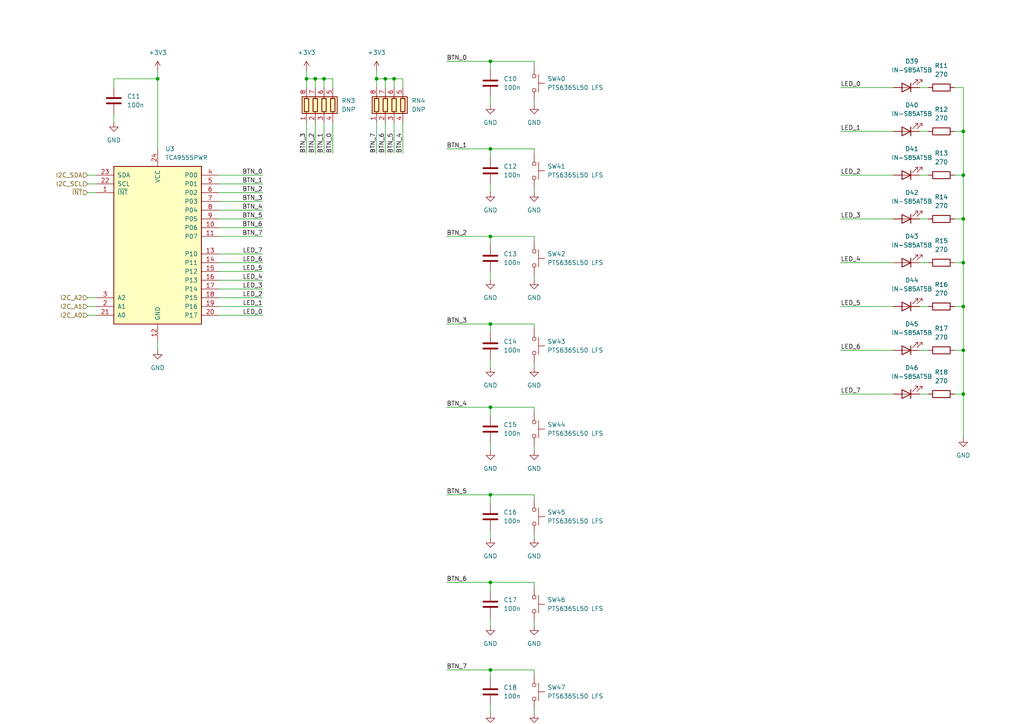
<source format=kicad_sch>
(kicad_sch (version 20231120) (generator "eeschema") (generator_version "8.0")
  (paper "A4")
  (lib_symbols
    (symbol "Device:C" (pin_numbers hide) (pin_names (offset 0.254))
      (property "Reference" "C" (at 0.635 2.54 0))
      (property "Value" "C" (at 0.635 -2.54 0))
      (symbol "C_0_1"
        (polyline (pts (xy -2.032 -0.762) (xy 2.032 -0.762)) (stroke (width 0.508)))
        (polyline (pts (xy -2.032 0.762) (xy 2.032 0.762)) (stroke (width 0.508)))
      )
      (symbol "C_1_1"
        (pin passive line (at 0 3.81 270) (length 2.794) (name "~") (number "1"))
        (pin passive line (at 0 -3.81 90) (length 2.794) (name "~") (number "2"))
      )
    )
    (symbol "Device:LED" (pin_numbers hide) (pin_names (offset 1.016) hide)
      (property "Reference" "D" (at 0 2.54 0))
      (property "Value" "LED" (at 0 -2.54 0))
      (symbol "LED_0_1"
        (polyline (pts (xy -1.27 -1.27) (xy -1.27 1.27)) (stroke (width 0.254)))
        (polyline (pts (xy -1.27 0) (xy 1.27 0)))
        (polyline (pts (xy 1.27 -1.27) (xy 1.27 1.27) (xy -1.27 0) (xy 1.27 -1.27)) (stroke (width 0.254)))
        (polyline (pts (xy -3.048 -0.762) (xy -4.572 -2.286) (xy -3.81 -2.286) (xy -4.572 -2.286) (xy -4.572 -1.524)))
        (polyline (pts (xy -1.778 -0.762) (xy -3.302 -2.286) (xy -2.54 -2.286) (xy -3.302 -2.286) (xy -3.302 -1.524)))
      )
      (symbol "LED_1_1"
        (pin passive line (at -3.81 0 0) (length 2.54) (name "K") (number "1"))
        (pin passive line (at 3.81 0 180) (length 2.54) (name "A") (number "2"))
      )
    )
    (symbol "Device:R" (pin_numbers hide) (pin_names (offset 0))
      (property "Reference" "R" (at 2.032 0 90))
      (property "Value" "R" (at 0 0 90))
      (symbol "R_0_1"
        (rectangle (start -1.016 -2.54) (end 1.016 2.54) (stroke (width 0.254)))
      )
      (symbol "R_1_1"
        (pin passive line (at 0 3.81 270) (length 1.27) (name "~") (number "1"))
        (pin passive line (at 0 -3.81 90) (length 1.27) (name "~") (number "2"))
      )
    )
    (symbol "Device:R_Pack04" (pin_names (offset 0) hide)
      (property "Reference" "RN" (at -7.62 0 90))
      (property "Value" "R_Pack04" (at 5.08 0 90))
      (symbol "R_Pack04_0_1"
        (rectangle (start -6.35 -2.413) (end 3.81 2.413) (stroke (width 0.254)) (fill (type background)))
        (rectangle (start -5.715 1.905) (end -4.445 -1.905) (stroke (width 0.254)))
        (rectangle (start -3.175 1.905) (end -1.905 -1.905) (stroke (width 0.254)))
        (rectangle (start -0.635 1.905) (end 0.635 -1.905) (stroke (width 0.254)))
        (polyline (pts (xy -5.08 -2.54) (xy -5.08 -1.905)))
        (polyline (pts (xy -5.08 1.905) (xy -5.08 2.54)))
        (polyline (pts (xy -2.54 -2.54) (xy -2.54 -1.905)))
        (polyline (pts (xy -2.54 1.905) (xy -2.54 2.54)))
        (polyline (pts (xy 0 -2.54) (xy 0 -1.905)))
        (polyline (pts (xy 0 1.905) (xy 0 2.54)))
        (polyline (pts (xy 2.54 -2.54) (xy 2.54 -1.905)))
        (polyline (pts (xy 2.54 1.905) (xy 2.54 2.54)))
        (rectangle (start 1.905 1.905) (end 3.175 -1.905) (stroke (width 0.254)))
      )
      (symbol "R_Pack04_1_1"
        (pin passive line (at -5.08 -5.08 90) (length 2.54) (name "R1.1") (number "1"))
        (pin passive line (at -2.54 -5.08 90) (length 2.54) (name "R2.1") (number "2"))
        (pin passive line (at 0 -5.08 90) (length 2.54) (name "R3.1") (number "3"))
        (pin passive line (at 2.54 -5.08 90) (length 2.54) (name "R4.1") (number "4"))
        (pin passive line (at 2.54 5.08 270) (length 2.54) (name "R4.2") (number "5"))
        (pin passive line (at 0 5.08 270) (length 2.54) (name "R3.2") (number "6"))
        (pin passive line (at -2.54 5.08 270) (length 2.54) (name "R2.2") (number "7"))
        (pin passive line (at -5.08 5.08 270) (length 2.54) (name "R1.2") (number "8"))
      )
    )
    (symbol "Interface_Expansion:TCA9555PWR" (pin_names (offset 1.016))
      (property "Reference" "U" (at -11.43 24.13 0))
      (property "Value" "TCA9555PWR" (at 0 0 0))
      (symbol "TCA9555PWR_0_1"
        (rectangle (start -12.7 22.86) (end 12.7 -22.86) (stroke (width 0.254)) (fill (type background)))
      )
      (symbol "TCA9555PWR_1_1"
        (pin open_collector line (at -17.78 15.24 0) (length 5.08) (name "~{INT}") (number "1"))
        (pin bidirectional line (at 17.78 5.08 180) (length 5.08) (name "P06") (number "10"))
        (pin bidirectional line (at 17.78 2.54 180) (length 5.08) (name "P07") (number "11"))
        (pin power_in line (at 0 -27.94 90) (length 5.08) (name "GND") (number "12"))
        (pin bidirectional line (at 17.78 -2.54 180) (length 5.08) (name "P10") (number "13"))
        (pin bidirectional line (at 17.78 -5.08 180) (length 5.08) (name "P11") (number "14"))
        (pin bidirectional line (at 17.78 -7.62 180) (length 5.08) (name "P12") (number "15"))
        (pin bidirectional line (at 17.78 -10.16 180) (length 5.08) (name "P13") (number "16"))
        (pin bidirectional line (at 17.78 -12.7 180) (length 5.08) (name "P14") (number "17"))
        (pin bidirectional line (at 17.78 -15.24 180) (length 5.08) (name "P15") (number "18"))
        (pin bidirectional line (at 17.78 -17.78 180) (length 5.08) (name "P16") (number "19"))
        (pin input line (at -17.78 -17.78 0) (length 5.08) (name "A1") (number "2"))
        (pin bidirectional line (at 17.78 -20.32 180) (length 5.08) (name "P17") (number "20"))
        (pin input line (at -17.78 -20.32 0) (length 5.08) (name "A0") (number "21"))
        (pin input line (at -17.78 17.78 0) (length 5.08) (name "SCL") (number "22"))
        (pin bidirectional line (at -17.78 20.32 0) (length 5.08) (name "SDA") (number "23"))
        (pin power_in line (at 0 27.94 270) (length 5.08) (name "VCC") (number "24"))
        (pin input line (at -17.78 -15.24 0) (length 5.08) (name "A2") (number "3"))
        (pin bidirectional line (at 17.78 20.32 180) (length 5.08) (name "P00") (number "4"))
        (pin bidirectional line (at 17.78 17.78 180) (length 5.08) (name "P01") (number "5"))
        (pin bidirectional line (at 17.78 15.24 180) (length 5.08) (name "P02") (number "6"))
        (pin bidirectional line (at 17.78 12.7 180) (length 5.08) (name "P03") (number "7"))
        (pin bidirectional line (at 17.78 10.16 180) (length 5.08) (name "P04") (number "8"))
        (pin bidirectional line (at 17.78 7.62 180) (length 5.08) (name "P05") (number "9"))
      )
    )
    (symbol "Switch:SW_Push" (pin_numbers hide) (pin_names (offset 1.016) hide)
      (property "Reference" "SW" (at 1.27 2.54 0))
      (property "Value" "SW_Push" (at 0 -1.524 0))
      (symbol "SW_Push_0_1"
        (circle (center -2.032 0) (radius 0.508))
        (polyline (pts (xy 0 1.27) (xy 0 3.048)))
        (polyline (pts (xy 2.54 1.27) (xy -2.54 1.27)))
        (circle (center 2.032 0) (radius 0.508))
        (pin passive line (at -5.08 0 0) (length 2.54) (name "1") (number "1"))
        (pin passive line (at 5.08 0 180) (length 2.54) (name "2") (number "2"))
      )
    )
    (symbol "power:+3V3" (power) (pin_numbers hide) (pin_names (offset 0) hide)
      (property "Value" "+3V3" (at 0 3.556 0))
      (symbol "+3V3_0_1"
        (polyline (pts (xy -0.762 1.27) (xy 0 2.54)))
        (polyline (pts (xy 0 0) (xy 0 2.54)))
        (polyline (pts (xy 0 2.54) (xy 0.762 1.27)))
      )
      (symbol "+3V3_1_1"
        (pin power_in line (at 0 0 90) (length 0) (name "~") (number "1"))
      )
    )
    (symbol "power:GND" (power) (pin_numbers hide) (pin_names (offset 0) hide)
      (property "Value" "GND" (at 0 -3.81 0))
      (symbol "GND_0_1"
        (polyline (pts (xy 0 0) (xy 0 -1.27) (xy 1.27 -1.27) (xy 0 -2.54) (xy -1.27 -1.27) (xy 0 -1.27)))
      )
      (symbol "GND_1_1"
        (pin power_in line (at 0 0 270) (length 0) (name "~") (number "1"))
      )
    )
  )
  (junction (at 88.9 22.86))
  (junction (at 111.76 22.86))
  (junction (at 142.24 17.78))
  (junction (at 279.4 101.6))
  (junction (at 142.24 168.91))
  (junction (at 45.72 22.86))
  (junction (at 142.24 194.31))
  (junction (at 279.4 50.8))
  (junction (at 142.24 68.58))
  (junction (at 93.98 22.86))
  (junction (at 142.24 93.98))
  (junction (at 91.44 22.86))
  (junction (at 114.3 22.86))
  (junction (at 109.22 22.86))
  (junction (at 279.4 38.1))
  (junction (at 142.24 118.11))
  (junction (at 279.4 88.9))
  (junction (at 279.4 63.5))
  (junction (at 279.4 114.3))
  (junction (at 142.24 143.51))
  (junction (at 279.4 76.2))
  (junction (at 142.24 43.18))
  (wire (pts (xy 76.2 88.9) (xy 63.5 88.9)))
  (wire (pts (xy 154.94 68.58) (xy 154.94 69.85)))
  (wire (pts (xy 129.54 93.98) (xy 142.24 93.98)))
  (wire (pts (xy 76.2 55.88) (xy 63.5 55.88)))
  (wire (pts (xy 142.24 106.68) (xy 142.24 104.14)))
  (wire (pts (xy 33.02 25.4) (xy 33.02 22.86)))
  (wire (pts (xy 276.86 114.3) (xy 279.4 114.3)))
  (wire (pts (xy 154.94 194.31) (xy 154.94 195.58)))
  (wire (pts (xy 154.94 118.11) (xy 154.94 119.38)))
  (wire (pts (xy 142.24 181.61) (xy 142.24 179.07)))
  (wire (pts (xy 142.24 30.48) (xy 142.24 27.94)))
  (wire (pts (xy 243.84 101.6) (xy 259.08 101.6)))
  (wire (pts (xy 266.7 63.5) (xy 269.24 63.5)))
  (wire (pts (xy 266.7 50.8) (xy 269.24 50.8)))
  (wire (pts (xy 129.54 168.91) (xy 142.24 168.91)))
  (wire (pts (xy 91.44 22.86) (xy 93.98 22.86)))
  (wire (pts (xy 142.24 17.78) (xy 142.24 20.32)))
  (wire (pts (xy 279.4 50.8) (xy 279.4 63.5)))
  (wire (pts (xy 142.24 68.58) (xy 154.94 68.58)))
  (wire (pts (xy 142.24 68.58) (xy 142.24 71.12)))
  (wire (pts (xy 266.7 25.4) (xy 269.24 25.4)))
  (wire (pts (xy 129.54 118.11) (xy 142.24 118.11)))
  (wire (pts (xy 276.86 38.1) (xy 279.4 38.1)))
  (wire (pts (xy 142.24 93.98) (xy 154.94 93.98)))
  (wire (pts (xy 91.44 44.45) (xy 91.44 35.56)))
  (wire (pts (xy 91.44 22.86) (xy 91.44 25.4)))
  (wire (pts (xy 76.2 50.8) (xy 63.5 50.8)))
  (wire (pts (xy 142.24 143.51) (xy 154.94 143.51)))
  (wire (pts (xy 154.94 93.98) (xy 154.94 95.25)))
  (wire (pts (xy 109.22 20.32) (xy 109.22 22.86)))
  (wire (pts (xy 279.4 101.6) (xy 279.4 114.3)))
  (wire (pts (xy 76.2 60.96) (xy 63.5 60.96)))
  (wire (pts (xy 276.86 63.5) (xy 279.4 63.5)))
  (wire (pts (xy 129.54 143.51) (xy 142.24 143.51)))
  (wire (pts (xy 279.4 63.5) (xy 279.4 76.2)))
  (wire (pts (xy 154.94 207.01) (xy 154.94 205.74)))
  (wire (pts (xy 142.24 143.51) (xy 142.24 146.05)))
  (wire (pts (xy 93.98 22.86) (xy 93.98 25.4)))
  (wire (pts (xy 88.9 22.86) (xy 91.44 22.86)))
  (wire (pts (xy 76.2 68.58) (xy 63.5 68.58)))
  (wire (pts (xy 25.4 86.36) (xy 27.94 86.36)))
  (wire (pts (xy 93.98 44.45) (xy 93.98 35.56)))
  (wire (pts (xy 154.94 156.21) (xy 154.94 154.94)))
  (wire (pts (xy 96.52 22.86) (xy 96.52 25.4)))
  (wire (pts (xy 76.2 76.2) (xy 63.5 76.2)))
  (wire (pts (xy 76.2 63.5) (xy 63.5 63.5)))
  (wire (pts (xy 266.7 114.3) (xy 269.24 114.3)))
  (wire (pts (xy 114.3 22.86) (xy 116.84 22.86)))
  (wire (pts (xy 142.24 43.18) (xy 142.24 45.72)))
  (wire (pts (xy 142.24 156.21) (xy 142.24 153.67)))
  (wire (pts (xy 111.76 22.86) (xy 111.76 25.4)))
  (wire (pts (xy 142.24 130.81) (xy 142.24 128.27)))
  (wire (pts (xy 129.54 17.78) (xy 142.24 17.78)))
  (wire (pts (xy 76.2 83.82) (xy 63.5 83.82)))
  (wire (pts (xy 33.02 22.86) (xy 45.72 22.86)))
  (wire (pts (xy 114.3 22.86) (xy 114.3 25.4)))
  (wire (pts (xy 276.86 50.8) (xy 279.4 50.8)))
  (wire (pts (xy 276.86 76.2) (xy 279.4 76.2)))
  (wire (pts (xy 154.94 143.51) (xy 154.94 144.78)))
  (wire (pts (xy 142.24 17.78) (xy 154.94 17.78)))
  (wire (pts (xy 276.86 101.6) (xy 279.4 101.6)))
  (wire (pts (xy 279.4 25.4) (xy 276.86 25.4)))
  (wire (pts (xy 243.84 114.3) (xy 259.08 114.3)))
  (wire (pts (xy 142.24 118.11) (xy 154.94 118.11)))
  (wire (pts (xy 76.2 91.44) (xy 63.5 91.44)))
  (wire (pts (xy 243.84 38.1) (xy 259.08 38.1)))
  (wire (pts (xy 33.02 33.02) (xy 33.02 35.56)))
  (wire (pts (xy 109.22 22.86) (xy 109.22 25.4)))
  (wire (pts (xy 129.54 43.18) (xy 142.24 43.18)))
  (wire (pts (xy 111.76 22.86) (xy 114.3 22.86)))
  (wire (pts (xy 142.24 81.28) (xy 142.24 78.74)))
  (wire (pts (xy 279.4 38.1) (xy 279.4 50.8)))
  (wire (pts (xy 142.24 118.11) (xy 142.24 120.65)))
  (wire (pts (xy 154.94 81.28) (xy 154.94 80.01)))
  (wire (pts (xy 142.24 43.18) (xy 154.94 43.18)))
  (wire (pts (xy 154.94 55.88) (xy 154.94 54.61)))
  (wire (pts (xy 45.72 20.32) (xy 45.72 22.86)))
  (wire (pts (xy 243.84 76.2) (xy 259.08 76.2)))
  (wire (pts (xy 142.24 168.91) (xy 154.94 168.91)))
  (wire (pts (xy 76.2 78.74) (xy 63.5 78.74)))
  (wire (pts (xy 279.4 114.3) (xy 279.4 127)))
  (wire (pts (xy 25.4 91.44) (xy 27.94 91.44)))
  (wire (pts (xy 154.94 17.78) (xy 154.94 19.05)))
  (wire (pts (xy 142.24 207.01) (xy 142.24 204.47)))
  (wire (pts (xy 243.84 63.5) (xy 259.08 63.5)))
  (wire (pts (xy 154.94 130.81) (xy 154.94 129.54)))
  (wire (pts (xy 129.54 68.58) (xy 142.24 68.58)))
  (wire (pts (xy 88.9 20.32) (xy 88.9 22.86)))
  (wire (pts (xy 142.24 93.98) (xy 142.24 96.52)))
  (wire (pts (xy 279.4 88.9) (xy 279.4 101.6)))
  (wire (pts (xy 243.84 88.9) (xy 259.08 88.9)))
  (wire (pts (xy 93.98 22.86) (xy 96.52 22.86)))
  (wire (pts (xy 266.7 101.6) (xy 269.24 101.6)))
  (wire (pts (xy 25.4 53.34) (xy 27.94 53.34)))
  (wire (pts (xy 243.84 50.8) (xy 259.08 50.8)))
  (wire (pts (xy 154.94 181.61) (xy 154.94 180.34)))
  (wire (pts (xy 25.4 50.8) (xy 27.94 50.8)))
  (wire (pts (xy 116.84 22.86) (xy 116.84 25.4)))
  (wire (pts (xy 116.84 44.45) (xy 116.84 35.56)))
  (wire (pts (xy 279.4 25.4) (xy 279.4 38.1)))
  (wire (pts (xy 76.2 73.66) (xy 63.5 73.66)))
  (wire (pts (xy 76.2 53.34) (xy 63.5 53.34)))
  (wire (pts (xy 109.22 35.56) (xy 109.22 44.45)))
  (wire (pts (xy 76.2 66.04) (xy 63.5 66.04)))
  (wire (pts (xy 114.3 44.45) (xy 114.3 35.56)))
  (wire (pts (xy 266.7 38.1) (xy 269.24 38.1)))
  (wire (pts (xy 88.9 22.86) (xy 88.9 25.4)))
  (wire (pts (xy 154.94 168.91) (xy 154.94 170.18)))
  (wire (pts (xy 111.76 44.45) (xy 111.76 35.56)))
  (wire (pts (xy 279.4 76.2) (xy 279.4 88.9)))
  (wire (pts (xy 25.4 55.88) (xy 27.94 55.88)))
  (wire (pts (xy 142.24 55.88) (xy 142.24 53.34)))
  (wire (pts (xy 25.4 88.9) (xy 27.94 88.9)))
  (wire (pts (xy 142.24 194.31) (xy 154.94 194.31)))
  (wire (pts (xy 129.54 194.31) (xy 142.24 194.31)))
  (wire (pts (xy 76.2 81.28) (xy 63.5 81.28)))
  (wire (pts (xy 76.2 86.36) (xy 63.5 86.36)))
  (wire (pts (xy 96.52 44.45) (xy 96.52 35.56)))
  (wire (pts (xy 243.84 25.4) (xy 259.08 25.4)))
  (wire (pts (xy 45.72 99.06) (xy 45.72 101.6)))
  (wire (pts (xy 266.7 88.9) (xy 269.24 88.9)))
  (wire (pts (xy 76.2 58.42) (xy 63.5 58.42)))
  (wire (pts (xy 154.94 43.18) (xy 154.94 44.45)))
  (wire (pts (xy 109.22 22.86) (xy 111.76 22.86)))
  (wire (pts (xy 45.72 22.86) (xy 45.72 43.18)))
  (wire (pts (xy 266.7 76.2) (xy 269.24 76.2)))
  (wire (pts (xy 142.24 168.91) (xy 142.24 171.45)))
  (wire (pts (xy 142.24 194.31) (xy 142.24 196.85)))
  (wire (pts (xy 276.86 88.9) (xy 279.4 88.9)))
  (wire (pts (xy 88.9 35.56) (xy 88.9 44.45)))
  (wire (pts (xy 154.94 106.68) (xy 154.94 105.41)))
  (wire (pts (xy 154.94 30.48) (xy 154.94 29.21)))
  (label "BTN_4" (at 76.2 60.96 180))
  (label "BTN_6" (at 76.2 66.04 180))
  (label "BTN_6" (at 129.54 168.91 0))
  (label "LED_0" (at 76.2 91.44 180))
  (label "LED_5" (at 243.84 88.9 0))
  (label "LED_1" (at 243.84 38.1 0))
  (label "BTN_0" (at 129.54 17.78 0))
  (label "BTN_2" (at 91.44 44.45 90))
  (label "BTN_1" (at 93.98 44.45 90))
  (label "LED_1" (at 76.2 88.9 180))
  (label "LED_4" (at 76.2 81.28 180))
  (label "BTN_0" (at 96.52 44.45 90))
  (label "LED_2" (at 243.84 50.8 0))
  (label "BTN_2" (at 129.54 68.58 0))
  (label "LED_0" (at 243.84 25.4 0))
  (label "BTN_0" (at 76.2 50.8 180))
  (label "BTN_2" (at 76.2 55.88 180))
  (label "LED_7" (at 76.2 73.66 180))
  (label "LED_6" (at 76.2 76.2 180))
  (label "LED_4" (at 243.84 76.2 0))
  (label "BTN_4" (at 116.84 44.45 90))
  (label "BTN_3" (at 76.2 58.42 180))
  (label "BTN_5" (at 114.3 44.45 90))
  (label "BTN_5" (at 76.2 63.5 180))
  (label "LED_5" (at 76.2 78.74 180))
  (label "BTN_4" (at 129.54 118.11 0))
  (label "BTN_3" (at 88.9 44.45 90))
  (label "LED_6" (at 243.84 101.6 0))
  (label "BTN_1" (at 129.54 43.18 0))
  (label "BTN_5" (at 129.54 143.51 0))
  (label "LED_7" (at 243.84 114.3 0))
  (label "BTN_6" (at 111.76 44.45 90))
  (label "BTN_7" (at 109.22 44.45 90))
  (label "BTN_3" (at 129.54 93.98 0))
  (label "BTN_7" (at 129.54 194.31 0))
  (label "BTN_1" (at 76.2 53.34 180))
  (label "LED_3" (at 76.2 83.82 180))
  (label "LED_2" (at 76.2 86.36 180))
  (label "BTN_7" (at 76.2 68.58 180))
  (label "LED_3" (at 243.84 63.5 0))
  (hierarchical_label "I2C_A1" (shape input) (at 25.4 88.9 180))
  (hierarchical_label "I2C_A2" (shape input) (at 25.4 86.36 180))
  (hierarchical_label "I2C_SDA" (shape input) (at 25.4 50.8 180))
  (hierarchical_label "I2C_SCL" (shape input) (at 25.4 53.34 180))
  (hierarchical_label "~{INT}" (shape input) (at 25.4 55.88 180))
  (hierarchical_label "I2C_A0" (shape input) (at 25.4 91.44 180))
  (symbol (lib_id "Device:LED") (at 262.89 38.1 180) (unit 1)
    (property "Reference" "D40" (at 264.4775 30.48 0))
    (property "Value" "IN-S85AT5B" (at 264.4775 33.02 0))
    (property "Footprint" "LED_SMD:LED_0805_2012Metric_Pad1.15x1.40mm_HandSolder" (effects (hide yes)))
    (property "Datasheet" "https://www.inolux-corp.com/datasheet/SMDLED/Mono%20Color%20Top%20View/IN-S85AT%20Series_V1.1.pdf" (effects (hide yes)))
    (property "Description" "Light emitting diode" (effects (hide yes)))
    (instances (project "rp2040-programmer-calculator-v2" (path "" (reference "D40") (unit 1)) (path "" (reference "D32") (unit 1)) (path "" (reference "D48") (unit 1)) (path "" (reference "D56") (unit 1))))
  )
  (symbol (lib_id "Device:C") (at 142.24 175.26 0) (unit 1)
    (property "Reference" "C8" (at 146.05 173.9899 0) (effects (justify left)))
    (property "Value" "100n" (at 146.05 176.5299 0) (effects (justify left)))
    (property "Footprint" "Capacitor_SMD:C_0603_1608Metric" (effects (hide yes)))
    (property "Description" "Unpolarized capacitor" (effects (hide yes)))
    (instances (project "rp2040-programmer-calculator-v2" (path "" (reference "C17") (unit 1)) (path "" (reference "C8") (unit 1)) (path "" (reference "C26") (unit 1)) (path "" (reference "C35") (unit 1))))
  )
  (symbol (lib_id "power:GND") (at 154.94 156.21 0) (unit 1)
    (property "Reference" "#PWR037" (effects (hide yes)))
    (property "Value" "GND" (at 154.94 161.29 0))
    (property "Description" "Power symbol creates a global label with name \"GND\" , ground" (effects (hide yes)))
    (instances (project "rp2040-programmer-calculator-v2" (path "" (reference "#PWR059") (unit 1)) (path "" (reference "#PWR037") (unit 1)) (path "" (reference "#PWR081") (unit 1)) (path "" (reference "#PWR0103") (unit 1))))
  )
  (symbol (lib_id "Switch:SW_Push") (at 154.94 100.33 270) (unit 1)
    (property "Reference" "SW35" (at 158.75 99.0599 90) (effects (justify left)))
    (property "Value" "PTS636SL50 LFS" (at 158.75 101.5999 90) (effects (justify left)))
    (property "Footprint" "SamacSys_Parts:PTS636SL50LFS" (effects (hide yes)))
    (property "Description" "Push button switch, generic, two pins" (effects (hide yes)))
    (instances (project "rp2040-programmer-calculator-v2" (path "" (reference "SW43") (unit 1)) (path "" (reference "SW35") (unit 1)) (path "" (reference "SW51") (unit 1)) (path "" (reference "SW59") (unit 1))))
  )
  (symbol (lib_id "Device:LED") (at 262.89 25.4 180) (unit 1)
    (property "Reference" "D39" (at 264.4775 17.78 0))
    (property "Value" "IN-S85AT5B" (at 264.4775 20.32 0))
    (property "Footprint" "LED_SMD:LED_0805_2012Metric_Pad1.15x1.40mm_HandSolder" (effects (hide yes)))
    (property "Datasheet" "https://www.inolux-corp.com/datasheet/SMDLED/Mono%20Color%20Top%20View/IN-S85AT%20Series_V1.1.pdf" (effects (hide yes)))
    (property "Description" "Light emitting diode" (effects (hide yes)))
    (instances (project "rp2040-programmer-calculator-v2" (path "" (reference "D39") (unit 1)) (path "" (reference "D31") (unit 1)) (path "" (reference "D47") (unit 1)) (path "" (reference "D55") (unit 1))))
  )
  (symbol (lib_id "Device:LED") (at 262.89 50.8 180) (unit 1)
    (property "Reference" "D41" (at 264.4775 43.18 0))
    (property "Value" "IN-S85AT5B" (at 264.4775 45.72 0))
    (property "Footprint" "LED_SMD:LED_0805_2012Metric_Pad1.15x1.40mm_HandSolder" (effects (hide yes)))
    (property "Datasheet" "https://www.inolux-corp.com/datasheet/SMDLED/Mono%20Color%20Top%20View/IN-S85AT%20Series_V1.1.pdf" (effects (hide yes)))
    (property "Description" "Light emitting diode" (effects (hide yes)))
    (instances (project "rp2040-programmer-calculator-v2" (path "" (reference "D41") (unit 1)) (path "" (reference "D33") (unit 1)) (path "" (reference "D49") (unit 1)) (path "" (reference "D57") (unit 1))))
  )
  (symbol (lib_id "power:GND") (at 45.72 101.6 0) (unit 1)
    (property "Reference" "#PWR052" (effects (hide yes)))
    (property "Value" "GND" (at 45.72 106.68 0))
    (property "Description" "Power symbol creates a global label with name \"GND\" , ground" (effects (hide yes)))
    (instances (project "rp2040-programmer-calculator-v2" (path "" (reference "#PWR052") (unit 1)) (path "" (reference "#PWR030") (unit 1)) (path "" (reference "#PWR074") (unit 1)) (path "" (reference "#PWR096") (unit 1))))
  )
  (symbol (lib_id "Device:C") (at 142.24 149.86 0) (unit 1)
    (property "Reference" "C7" (at 146.05 148.5899 0) (effects (justify left)))
    (property "Value" "100n" (at 146.05 151.1299 0) (effects (justify left)))
    (property "Footprint" "Capacitor_SMD:C_0603_1608Metric" (effects (hide yes)))
    (property "Description" "Unpolarized capacitor" (effects (hide yes)))
    (instances (project "rp2040-programmer-calculator-v2" (path "" (reference "C16") (unit 1)) (path "" (reference "C7") (unit 1)) (path "" (reference "C25") (unit 1)) (path "" (reference "C34") (unit 1))))
  )
  (symbol (lib_id "power:GND") (at 154.94 55.88 0) (unit 1)
    (property "Reference" "#PWR027" (effects (hide yes)))
    (property "Value" "GND" (at 154.94 60.96 0))
    (property "Description" "Power symbol creates a global label with name \"GND\" , ground" (effects (hide yes)))
    (instances (project "rp2040-programmer-calculator-v2" (path "" (reference "#PWR049") (unit 1)) (path "" (reference "#PWR027") (unit 1)) (path "" (reference "#PWR071") (unit 1)) (path "" (reference "#PWR093") (unit 1))))
  )
  (symbol (lib_id "Device:R") (at 273.05 76.2 90) (unit 1)
    (property "Reference" "R15" (at 273.05 69.85 90))
    (property "Value" "270" (at 273.05 72.39 90))
    (property "Footprint" "Resistor_SMD:R_0603_1608Metric" (effects (hide yes)))
    (property "Description" "Resistor" (effects (hide yes)))
    (instances (project "rp2040-programmer-calculator-v2" (path "" (reference "R15") (unit 1)) (path "" (reference "R7") (unit 1)) (path "" (reference "R23") (unit 1)) (path "" (reference "R31") (unit 1))))
  )
  (symbol (lib_id "Switch:SW_Push") (at 154.94 124.46 270) (unit 1)
    (property "Reference" "SW36" (at 158.75 123.1899 90) (effects (justify left)))
    (property "Value" "PTS636SL50 LFS" (at 158.75 125.7299 90) (effects (justify left)))
    (property "Footprint" "SamacSys_Parts:PTS636SL50LFS" (effects (hide yes)))
    (property "Description" "Push button switch, generic, two pins" (effects (hide yes)))
    (instances (project "rp2040-programmer-calculator-v2" (path "" (reference "SW44") (unit 1)) (path "" (reference "SW36") (unit 1)) (path "" (reference "SW52") (unit 1)) (path "" (reference "SW60") (unit 1))))
  )
  (symbol (lib_id "Interface_Expansion:TCA9555PWR") (at 45.72 71.12 0) (unit 1)
    (property "Reference" "U2" (at 47.9141 43.18 0) (effects (justify left)))
    (property "Value" "TCA9555PWR" (at 47.9141 45.72 0) (effects (justify left)))
    (property "Footprint" "Package_SO:TSSOP-24_4.4x7.8mm_P0.65mm" (effects (hide yes)))
    (property "Datasheet" "http://www.ti.com/lit/ds/symlink/tca9555.pdf" (effects (hide yes)))
    (property "Description" "16-bit I/O expander, I2C and SMBus interface, interrupts, w/ pull-ups, TSSOP-24 package" (effects (hide yes)))
    (instances (project "" (path "" (reference "U3") (unit 1)) (path "" (reference "U2") (unit 1)) (path "" (reference "U4") (unit 1)) (path "" (reference "U5") (unit 1))))
  )
  (symbol (lib_id "Device:C") (at 142.24 49.53 0) (unit 1)
    (property "Reference" "C3" (at 146.05 48.2599 0) (effects (justify left)))
    (property "Value" "100n" (at 146.05 50.7999 0) (effects (justify left)))
    (property "Footprint" "Capacitor_SMD:C_0603_1608Metric" (effects (hide yes)))
    (property "Description" "Unpolarized capacitor" (effects (hide yes)))
    (instances (project "rp2040-programmer-calculator-v2" (path "" (reference "C12") (unit 1)) (path "" (reference "C3") (unit 1)) (path "" (reference "C21") (unit 1)) (path "" (reference "C30") (unit 1))))
  )
  (symbol (lib_id "power:GND") (at 142.24 55.88 0) (unit 1)
    (property "Reference" "#PWR026" (effects (hide yes)))
    (property "Value" "GND" (at 142.24 60.96 0))
    (property "Description" "Power symbol creates a global label with name \"GND\" , ground" (effects (hide yes)))
    (instances (project "rp2040-programmer-calculator-v2" (path "" (reference "#PWR048") (unit 1)) (path "" (reference "#PWR026") (unit 1)) (path "" (reference "#PWR070") (unit 1)) (path "" (reference "#PWR092") (unit 1))))
  )
  (symbol (lib_id "power:GND") (at 154.94 207.01 0) (unit 1)
    (property "Reference" "#PWR041" (effects (hide yes)))
    (property "Value" "GND" (at 154.94 212.09 0))
    (property "Description" "Power symbol creates a global label with name \"GND\" , ground" (effects (hide yes)))
    (instances (project "rp2040-programmer-calculator-v2" (path "" (reference "#PWR063") (unit 1)) (path "" (reference "#PWR041") (unit 1)) (path "" (reference "#PWR085") (unit 1)) (path "" (reference "#PWR0107") (unit 1))))
  )
  (symbol (lib_id "Switch:SW_Push") (at 154.94 175.26 270) (unit 1)
    (property "Reference" "SW38" (at 158.75 173.9899 90) (effects (justify left)))
    (property "Value" "PTS636SL50 LFS" (at 158.75 176.5299 90) (effects (justify left)))
    (property "Footprint" "SamacSys_Parts:PTS636SL50LFS" (effects (hide yes)))
    (property "Description" "Push button switch, generic, two pins" (effects (hide yes)))
    (instances (project "rp2040-programmer-calculator-v2" (path "" (reference "SW46") (unit 1)) (path "" (reference "SW38") (unit 1)) (path "" (reference "SW54") (unit 1)) (path "" (reference "SW62") (unit 1))))
  )
  (symbol (lib_id "Device:LED") (at 262.89 101.6 180) (unit 1)
    (property "Reference" "D45" (at 264.4775 93.98 0))
    (property "Value" "IN-S85AT5B" (at 264.4775 96.52 0))
    (property "Footprint" "LED_SMD:LED_0805_2012Metric_Pad1.15x1.40mm_HandSolder" (effects (hide yes)))
    (property "Datasheet" "https://www.inolux-corp.com/datasheet/SMDLED/Mono%20Color%20Top%20View/IN-S85AT%20Series_V1.1.pdf" (effects (hide yes)))
    (property "Description" "Light emitting diode" (effects (hide yes)))
    (instances (project "rp2040-programmer-calculator-v2" (path "" (reference "D45") (unit 1)) (path "" (reference "D37") (unit 1)) (path "" (reference "D53") (unit 1)) (path "" (reference "D61") (unit 1))))
  )
  (symbol (lib_id "power:+3V3") (at 45.72 20.32 0) (unit 1)
    (property "Reference" "#PWR042" (effects (hide yes)))
    (property "Value" "+3V3" (at 45.72 15.24 0))
    (property "Description" "Power symbol creates a global label with name \"+3V3\"" (effects (hide yes)))
    (instances (project "rp2040-programmer-calculator-v2" (path "" (reference "#PWR042") (unit 1)) (path "" (reference "#PWR020") (unit 1)) (path "" (reference "#PWR064") (unit 1)) (path "" (reference "#PWR086") (unit 1))))
  )
  (symbol (lib_id "power:GND") (at 142.24 106.68 0) (unit 1)
    (property "Reference" "#PWR031" (effects (hide yes)))
    (property "Value" "GND" (at 142.24 111.76 0))
    (property "Description" "Power symbol creates a global label with name \"GND\" , ground" (effects (hide yes)))
    (instances (project "rp2040-programmer-calculator-v2" (path "" (reference "#PWR053") (unit 1)) (path "" (reference "#PWR031") (unit 1)) (path "" (reference "#PWR075") (unit 1)) (path "" (reference "#PWR097") (unit 1))))
  )
  (symbol (lib_id "power:GND") (at 142.24 207.01 0) (unit 1)
    (property "Reference" "#PWR040" (effects (hide yes)))
    (property "Value" "GND" (at 142.24 212.09 0))
    (property "Description" "Power symbol creates a global label with name \"GND\" , ground" (effects (hide yes)))
    (instances (project "rp2040-programmer-calculator-v2" (path "" (reference "#PWR062") (unit 1)) (path "" (reference "#PWR040") (unit 1)) (path "" (reference "#PWR084") (unit 1)) (path "" (reference "#PWR0106") (unit 1))))
  )
  (symbol (lib_id "power:GND") (at 154.94 30.48 0) (unit 1)
    (property "Reference" "#PWR024" (effects (hide yes)))
    (property "Value" "GND" (at 154.94 35.56 0))
    (property "Description" "Power symbol creates a global label with name \"GND\" , ground" (effects (hide yes)))
    (instances (project "" (path "" (reference "#PWR046") (unit 1)) (path "" (reference "#PWR024") (unit 1)) (path "" (reference "#PWR068") (unit 1)) (path "" (reference "#PWR090") (unit 1))))
  )
  (symbol (lib_id "power:GND") (at 279.4 127 0) (unit 1)
    (property "Reference" "#PWR055" (effects (hide yes)))
    (property "Value" "GND" (at 279.4 132.08 0))
    (property "Description" "Power symbol creates a global label with name \"GND\" , ground" (effects (hide yes)))
    (instances (project "rp2040-programmer-calculator-v2" (path "" (reference "#PWR055") (unit 1)) (path "" (reference "#PWR033") (unit 1)) (path "" (reference "#PWR077") (unit 1)) (path "" (reference "#PWR099") (unit 1))))
  )
  (symbol (lib_id "Switch:SW_Push") (at 154.94 200.66 270) (unit 1)
    (property "Reference" "SW39" (at 158.75 199.3899 90) (effects (justify left)))
    (property "Value" "PTS636SL50 LFS" (at 158.75 201.9299 90) (effects (justify left)))
    (property "Footprint" "SamacSys_Parts:PTS636SL50LFS" (effects (hide yes)))
    (property "Description" "Push button switch, generic, two pins" (effects (hide yes)))
    (instances (project "rp2040-programmer-calculator-v2" (path "" (reference "SW47") (unit 1)) (path "" (reference "SW39") (unit 1)) (path "" (reference "SW55") (unit 1)) (path "" (reference "SW63") (unit 1))))
  )
  (symbol (lib_id "power:GND") (at 142.24 81.28 0) (unit 1)
    (property "Reference" "#PWR028" (effects (hide yes)))
    (property "Value" "GND" (at 142.24 86.36 0))
    (property "Description" "Power symbol creates a global label with name \"GND\" , ground" (effects (hide yes)))
    (instances (project "rp2040-programmer-calculator-v2" (path "" (reference "#PWR050") (unit 1)) (path "" (reference "#PWR028") (unit 1)) (path "" (reference "#PWR072") (unit 1)) (path "" (reference "#PWR094") (unit 1))))
  )
  (symbol (lib_id "Device:R") (at 273.05 50.8 90) (unit 1)
    (property "Reference" "R13" (at 273.05 44.45 90))
    (property "Value" "270" (at 273.05 46.99 90))
    (property "Footprint" "Resistor_SMD:R_0603_1608Metric" (effects (hide yes)))
    (property "Description" "Resistor" (effects (hide yes)))
    (instances (project "rp2040-programmer-calculator-v2" (path "" (reference "R13") (unit 1)) (path "" (reference "R5") (unit 1)) (path "" (reference "R21") (unit 1)) (path "" (reference "R29") (unit 1))))
  )
  (symbol (lib_id "power:GND") (at 142.24 156.21 0) (unit 1)
    (property "Reference" "#PWR036" (effects (hide yes)))
    (property "Value" "GND" (at 142.24 161.29 0))
    (property "Description" "Power symbol creates a global label with name \"GND\" , ground" (effects (hide yes)))
    (instances (project "rp2040-programmer-calculator-v2" (path "" (reference "#PWR058") (unit 1)) (path "" (reference "#PWR036") (unit 1)) (path "" (reference "#PWR080") (unit 1)) (path "" (reference "#PWR0102") (unit 1))))
  )
  (symbol (lib_id "power:GND") (at 142.24 130.81 0) (unit 1)
    (property "Reference" "#PWR034" (effects (hide yes)))
    (property "Value" "GND" (at 142.24 135.89 0))
    (property "Description" "Power symbol creates a global label with name \"GND\" , ground" (effects (hide yes)))
    (instances (project "rp2040-programmer-calculator-v2" (path "" (reference "#PWR056") (unit 1)) (path "" (reference "#PWR034") (unit 1)) (path "" (reference "#PWR078") (unit 1)) (path "" (reference "#PWR0100") (unit 1))))
  )
  (symbol (lib_id "Device:R") (at 273.05 25.4 90) (unit 1)
    (property "Reference" "R11" (at 273.05 19.05 90))
    (property "Value" "270" (at 273.05 21.59 90))
    (property "Footprint" "Resistor_SMD:R_0603_1608Metric" (effects (hide yes)))
    (property "Description" "Resistor" (effects (hide yes)))
    (instances (project "rp2040-programmer-calculator-v2" (path "" (reference "R11") (unit 1)) (path "" (reference "R3") (unit 1)) (path "" (reference "R19") (unit 1)) (path "" (reference "R27") (unit 1))))
  )
  (symbol (lib_id "Device:C") (at 142.24 124.46 0) (unit 1)
    (property "Reference" "C6" (at 146.05 123.1899 0) (effects (justify left)))
    (property "Value" "100n" (at 146.05 125.7299 0) (effects (justify left)))
    (property "Footprint" "Capacitor_SMD:C_0603_1608Metric" (effects (hide yes)))
    (property "Description" "Unpolarized capacitor" (effects (hide yes)))
    (instances (project "rp2040-programmer-calculator-v2" (path "" (reference "C15") (unit 1)) (path "" (reference "C6") (unit 1)) (path "" (reference "C24") (unit 1)) (path "" (reference "C33") (unit 1))))
  )
  (symbol (lib_id "Device:R_Pack04") (at 93.98 30.48 0) (unit 1)
    (property "Reference" "RN1" (at 99.06 29.2099 0) (effects (justify left)))
    (property "Value" "DNP" (at 99.06 31.7499 0) (effects (justify left)))
    (property "Footprint" "Resistor_SMD:R_Array_Convex_4x0603" (effects (hide yes)))
    (property "Description" "4 resistor network, parallel topology" (effects (hide yes)))
    (instances (project "" (path "" (reference "RN3") (unit 1)) (path "" (reference "RN1") (unit 1)) (path "" (reference "RN5") (unit 1)) (path "" (reference "RN7") (unit 1))))
  )
  (symbol (lib_id "power:+3V3") (at 109.22 20.32 0) (unit 1)
    (property "Reference" "#PWR022" (effects (hide yes)))
    (property "Value" "+3V3" (at 109.22 15.24 0))
    (property "Description" "Power symbol creates a global label with name \"+3V3\"" (effects (hide yes)))
    (instances (project "rp2040-programmer-calculator-v2" (path "" (reference "#PWR044") (unit 1)) (path "" (reference "#PWR022") (unit 1)) (path "" (reference "#PWR066") (unit 1)) (path "" (reference "#PWR088") (unit 1))))
  )
  (symbol (lib_id "Switch:SW_Push") (at 154.94 49.53 270) (unit 1)
    (property "Reference" "SW33" (at 158.75 48.2599 90) (effects (justify left)))
    (property "Value" "PTS636SL50 LFS" (at 158.75 50.7999 90) (effects (justify left)))
    (property "Footprint" "SamacSys_Parts:PTS636SL50LFS" (effects (hide yes)))
    (property "Description" "Push button switch, generic, two pins" (effects (hide yes)))
    (instances (project "rp2040-programmer-calculator-v2" (path "" (reference "SW41") (unit 1)) (path "" (reference "SW33") (unit 1)) (path "" (reference "SW49") (unit 1)) (path "" (reference "SW57") (unit 1))))
  )
  (symbol (lib_id "Device:R") (at 273.05 38.1 90) (unit 1)
    (property "Reference" "R12" (at 273.05 31.75 90))
    (property "Value" "270" (at 273.05 34.29 90))
    (property "Footprint" "Resistor_SMD:R_0603_1608Metric" (effects (hide yes)))
    (property "Description" "Resistor" (effects (hide yes)))
    (instances (project "rp2040-programmer-calculator-v2" (path "" (reference "R12") (unit 1)) (path "" (reference "R4") (unit 1)) (path "" (reference "R20") (unit 1)) (path "" (reference "R28") (unit 1))))
  )
  (symbol (lib_id "power:GND") (at 33.02 35.56 0) (unit 1)
    (property "Reference" "#PWR047" (effects (hide yes)))
    (property "Value" "GND" (at 33.02 40.64 0))
    (property "Description" "Power symbol creates a global label with name \"GND\" , ground" (effects (hide yes)))
    (instances (project "" (path "" (reference "#PWR047") (unit 1)) (path "" (reference "#PWR025") (unit 1)) (path "" (reference "#PWR069") (unit 1)) (path "" (reference "#PWR091") (unit 1))))
  )
  (symbol (lib_id "Switch:SW_Push") (at 154.94 149.86 270) (unit 1)
    (property "Reference" "SW37" (at 158.75 148.5899 90) (effects (justify left)))
    (property "Value" "PTS636SL50 LFS" (at 158.75 151.1299 90) (effects (justify left)))
    (property "Footprint" "SamacSys_Parts:PTS636SL50LFS" (effects (hide yes)))
    (property "Description" "Push button switch, generic, two pins" (effects (hide yes)))
    (instances (project "rp2040-programmer-calculator-v2" (path "" (reference "SW45") (unit 1)) (path "" (reference "SW37") (unit 1)) (path "" (reference "SW53") (unit 1)) (path "" (reference "SW61") (unit 1))))
  )
  (symbol (lib_id "power:+3V3") (at 88.9 20.32 0) (unit 1)
    (property "Reference" "#PWR021" (effects (hide yes)))
    (property "Value" "+3V3" (at 88.9 15.24 0))
    (property "Description" "Power symbol creates a global label with name \"+3V3\"" (effects (hide yes)))
    (instances (project "" (path "" (reference "#PWR043") (unit 1)) (path "" (reference "#PWR021") (unit 1)) (path "" (reference "#PWR065") (unit 1)) (path "" (reference "#PWR087") (unit 1))))
  )
  (symbol (lib_id "power:GND") (at 154.94 181.61 0) (unit 1)
    (property "Reference" "#PWR039" (effects (hide yes)))
    (property "Value" "GND" (at 154.94 186.69 0))
    (property "Description" "Power symbol creates a global label with name \"GND\" , ground" (effects (hide yes)))
    (instances (project "rp2040-programmer-calculator-v2" (path "" (reference "#PWR061") (unit 1)) (path "" (reference "#PWR039") (unit 1)) (path "" (reference "#PWR083") (unit 1)) (path "" (reference "#PWR0105") (unit 1))))
  )
  (symbol (lib_id "Switch:SW_Push") (at 154.94 24.13 270) (unit 1)
    (property "Reference" "SW40" (at 158.75 22.8599 90) (effects (justify left)))
    (property "Value" "PTS636SL50 LFS" (at 158.75 25.3999 90) (effects (justify left)))
    (property "Footprint" "SamacSys_Parts:PTS636SL50LFS" (effects (hide yes)))
    (property "Description" "Push button switch, generic, two pins" (effects (hide yes)))
    (instances (project "rp2040-programmer-calculator-v2" (path "" (reference "SW40") (unit 1)) (path "" (reference "SW32") (unit 1)) (path "" (reference "SW48") (unit 1)) (path "" (reference "SW56") (unit 1))))
  )
  (symbol (lib_id "power:GND") (at 142.24 30.48 0) (unit 1)
    (property "Reference" "#PWR023" (effects (hide yes)))
    (property "Value" "GND" (at 142.24 35.56 0))
    (property "Description" "Power symbol creates a global label with name \"GND\" , ground" (effects (hide yes)))
    (instances (project "rp2040-programmer-calculator-v2" (path "" (reference "#PWR045") (unit 1)) (path "" (reference "#PWR023") (unit 1)) (path "" (reference "#PWR067") (unit 1)) (path "" (reference "#PWR089") (unit 1))))
  )
  (symbol (lib_id "power:GND") (at 154.94 81.28 0) (unit 1)
    (property "Reference" "#PWR029" (effects (hide yes)))
    (property "Value" "GND" (at 154.94 86.36 0))
    (property "Description" "Power symbol creates a global label with name \"GND\" , ground" (effects (hide yes)))
    (instances (project "rp2040-programmer-calculator-v2" (path "" (reference "#PWR051") (unit 1)) (path "" (reference "#PWR029") (unit 1)) (path "" (reference "#PWR073") (unit 1)) (path "" (reference "#PWR095") (unit 1))))
  )
  (symbol (lib_id "Device:R") (at 273.05 63.5 90) (unit 1)
    (property "Reference" "R14" (at 273.05 57.15 90))
    (property "Value" "270" (at 273.05 59.69 90))
    (property "Footprint" "Resistor_SMD:R_0603_1608Metric" (effects (hide yes)))
    (property "Description" "Resistor" (effects (hide yes)))
    (instances (project "rp2040-programmer-calculator-v2" (path "" (reference "R14") (unit 1)) (path "" (reference "R6") (unit 1)) (path "" (reference "R22") (unit 1)) (path "" (reference "R30") (unit 1))))
  )
  (symbol (lib_id "Device:C") (at 142.24 24.13 0) (unit 1)
    (property "Reference" "C1" (at 146.05 22.8599 0) (effects (justify left)))
    (property "Value" "100n" (at 146.05 25.3999 0) (effects (justify left)))
    (property "Footprint" "Capacitor_SMD:C_0603_1608Metric" (effects (hide yes)))
    (property "Description" "Unpolarized capacitor" (effects (hide yes)))
    (instances (project "" (path "" (reference "C10") (unit 1)) (path "" (reference "C1") (unit 1)) (path "" (reference "C19") (unit 1)) (path "" (reference "C28") (unit 1))))
  )
  (symbol (lib_id "Device:C") (at 33.02 29.21 0) (unit 1)
    (property "Reference" "C11" (at 36.83 27.9399 0) (effects (justify left)))
    (property "Value" "100n" (at 36.83 30.4799 0) (effects (justify left)))
    (property "Footprint" "Capacitor_SMD:C_0603_1608Metric" (effects (hide yes)))
    (property "Description" "Unpolarized capacitor" (effects (hide yes)))
    (instances (project "" (path "" (reference "C11") (unit 1)) (path "" (reference "C2") (unit 1)) (path "" (reference "C20") (unit 1)) (path "" (reference "C29") (unit 1))))
  )
  (symbol (lib_id "Device:C") (at 142.24 100.33 0) (unit 1)
    (property "Reference" "C5" (at 146.05 99.0599 0) (effects (justify left)))
    (property "Value" "100n" (at 146.05 101.5999 0) (effects (justify left)))
    (property "Footprint" "Capacitor_SMD:C_0603_1608Metric" (effects (hide yes)))
    (property "Description" "Unpolarized capacitor" (effects (hide yes)))
    (instances (project "rp2040-programmer-calculator-v2" (path "" (reference "C14") (unit 1)) (path "" (reference "C5") (unit 1)) (path "" (reference "C23") (unit 1)) (path "" (reference "C32") (unit 1))))
  )
  (symbol (lib_id "Device:C") (at 142.24 74.93 0) (unit 1)
    (property "Reference" "C4" (at 146.05 73.6599 0) (effects (justify left)))
    (property "Value" "100n" (at 146.05 76.1999 0) (effects (justify left)))
    (property "Footprint" "Capacitor_SMD:C_0603_1608Metric" (effects (hide yes)))
    (property "Description" "Unpolarized capacitor" (effects (hide yes)))
    (instances (project "rp2040-programmer-calculator-v2" (path "" (reference "C13") (unit 1)) (path "" (reference "C4") (unit 1)) (path "" (reference "C22") (unit 1)) (path "" (reference "C31") (unit 1))))
  )
  (symbol (lib_id "power:GND") (at 154.94 106.68 0) (unit 1)
    (property "Reference" "#PWR032" (effects (hide yes)))
    (property "Value" "GND" (at 154.94 111.76 0))
    (property "Description" "Power symbol creates a global label with name \"GND\" , ground" (effects (hide yes)))
    (instances (project "rp2040-programmer-calculator-v2" (path "" (reference "#PWR054") (unit 1)) (path "" (reference "#PWR032") (unit 1)) (path "" (reference "#PWR076") (unit 1)) (path "" (reference "#PWR098") (unit 1))))
  )
  (symbol (lib_id "power:GND") (at 142.24 181.61 0) (unit 1)
    (property "Reference" "#PWR038" (effects (hide yes)))
    (property "Value" "GND" (at 142.24 186.69 0))
    (property "Description" "Power symbol creates a global label with name \"GND\" , ground" (effects (hide yes)))
    (instances (project "rp2040-programmer-calculator-v2" (path "" (reference "#PWR060") (unit 1)) (path "" (reference "#PWR038") (unit 1)) (path "" (reference "#PWR082") (unit 1)) (path "" (reference "#PWR0104") (unit 1))))
  )
  (symbol (lib_id "Device:R") (at 273.05 114.3 90) (unit 1)
    (property "Reference" "R18" (at 273.05 107.95 90))
    (property "Value" "270" (at 273.05 110.49 90))
    (property "Footprint" "Resistor_SMD:R_0603_1608Metric" (effects (hide yes)))
    (property "Description" "Resistor" (effects (hide yes)))
    (instances (project "rp2040-programmer-calculator-v2" (path "" (reference "R18") (unit 1)) (path "" (reference "R10") (unit 1)) (path "" (reference "R26") (unit 1)) (path "" (reference "R34") (unit 1))))
  )
  (symbol (lib_id "Device:C") (at 142.24 200.66 0) (unit 1)
    (property "Reference" "C9" (at 146.05 199.3899 0) (effects (justify left)))
    (property "Value" "100n" (at 146.05 201.9299 0) (effects (justify left)))
    (property "Footprint" "Capacitor_SMD:C_0603_1608Metric" (effects (hide yes)))
    (property "Description" "Unpolarized capacitor" (effects (hide yes)))
    (instances (project "rp2040-programmer-calculator-v2" (path "" (reference "C18") (unit 1)) (path "" (reference "C9") (unit 1)) (path "" (reference "C27") (unit 1)) (path "" (reference "C36") (unit 1))))
  )
  (symbol (lib_id "Device:R_Pack04") (at 114.3 30.48 0) (unit 1)
    (property "Reference" "RN2" (at 119.38 29.2099 0) (effects (justify left)))
    (property "Value" "DNP" (at 119.38 31.7499 0) (effects (justify left)))
    (property "Footprint" "Resistor_SMD:R_Array_Convex_4x0603" (effects (hide yes)))
    (property "Description" "4 resistor network, parallel topology" (effects (hide yes)))
    (instances (project "rp2040-programmer-calculator-v2" (path "" (reference "RN4") (unit 1)) (path "" (reference "RN2") (unit 1)) (path "" (reference "RN6") (unit 1)) (path "" (reference "RN8") (unit 1))))
  )
  (symbol (lib_id "Device:LED") (at 262.89 63.5 180) (unit 1)
    (property "Reference" "D42" (at 264.4775 55.88 0))
    (property "Value" "IN-S85AT5B" (at 264.4775 58.42 0))
    (property "Footprint" "LED_SMD:LED_0805_2012Metric_Pad1.15x1.40mm_HandSolder" (effects (hide yes)))
    (property "Datasheet" "https://www.inolux-corp.com/datasheet/SMDLED/Mono%20Color%20Top%20View/IN-S85AT%20Series_V1.1.pdf" (effects (hide yes)))
    (property "Description" "Light emitting diode" (effects (hide yes)))
    (instances (project "rp2040-programmer-calculator-v2" (path "" (reference "D42") (unit 1)) (path "" (reference "D34") (unit 1)) (path "" (reference "D50") (unit 1)) (path "" (reference "D58") (unit 1))))
  )
  (symbol (lib_id "Device:LED") (at 262.89 76.2 180) (unit 1)
    (property "Reference" "D43" (at 264.4775 68.58 0))
    (property "Value" "IN-S85AT5B" (at 264.4775 71.12 0))
    (property "Footprint" "LED_SMD:LED_0805_2012Metric_Pad1.15x1.40mm_HandSolder" (effects (hide yes)))
    (property "Datasheet" "https://www.inolux-corp.com/datasheet/SMDLED/Mono%20Color%20Top%20View/IN-S85AT%20Series_V1.1.pdf" (effects (hide yes)))
    (property "Description" "Light emitting diode" (effects (hide yes)))
    (instances (project "rp2040-programmer-calculator-v2" (path "" (reference "D43") (unit 1)) (path "" (reference "D35") (unit 1)) (path "" (reference "D51") (unit 1)) (path "" (reference "D59") (unit 1))))
  )
  (symbol (lib_id "Device:LED") (at 262.89 88.9 180) (unit 1)
    (property "Reference" "D44" (at 264.4775 81.28 0))
    (property "Value" "IN-S85AT5B" (at 264.4775 83.82 0))
    (property "Footprint" "LED_SMD:LED_0805_2012Metric_Pad1.15x1.40mm_HandSolder" (effects (hide yes)))
    (property "Datasheet" "https://www.inolux-corp.com/datasheet/SMDLED/Mono%20Color%20Top%20View/IN-S85AT%20Series_V1.1.pdf" (effects (hide yes)))
    (property "Description" "Light emitting diode" (effects (hide yes)))
    (instances (project "rp2040-programmer-calculator-v2" (path "" (reference "D44") (unit 1)) (path "" (reference "D36") (unit 1)) (path "" (reference "D52") (unit 1)) (path "" (reference "D60") (unit 1))))
  )
  (symbol (lib_id "Device:R") (at 273.05 101.6 90) (unit 1)
    (property "Reference" "R17" (at 273.05 95.25 90))
    (property "Value" "270" (at 273.05 97.79 90))
    (property "Footprint" "Resistor_SMD:R_0603_1608Metric" (effects (hide yes)))
    (property "Description" "Resistor" (effects (hide yes)))
    (instances (project "rp2040-programmer-calculator-v2" (path "" (reference "R17") (unit 1)) (path "" (reference "R9") (unit 1)) (path "" (reference "R25") (unit 1)) (path "" (reference "R33") (unit 1))))
  )
  (symbol (lib_id "Device:LED") (at 262.89 114.3 180) (unit 1)
    (property "Reference" "D46" (at 264.4775 106.68 0))
    (property "Value" "IN-S85AT5B" (at 264.4775 109.22 0))
    (property "Footprint" "LED_SMD:LED_0805_2012Metric_Pad1.15x1.40mm_HandSolder" (effects (hide yes)))
    (property "Datasheet" "https://www.inolux-corp.com/datasheet/SMDLED/Mono%20Color%20Top%20View/IN-S85AT%20Series_V1.1.pdf" (effects (hide yes)))
    (property "Description" "Light emitting diode" (effects (hide yes)))
    (instances (project "rp2040-programmer-calculator-v2" (path "" (reference "D46") (unit 1)) (path "" (reference "D38") (unit 1)) (path "" (reference "D54") (unit 1)) (path "" (reference "D62") (unit 1))))
  )
  (symbol (lib_id "Device:R") (at 273.05 88.9 90) (unit 1)
    (property "Reference" "R16" (at 273.05 82.55 90))
    (property "Value" "270" (at 273.05 85.09 90))
    (property "Footprint" "Resistor_SMD:R_0603_1608Metric" (effects (hide yes)))
    (property "Description" "Resistor" (effects (hide yes)))
    (instances (project "rp2040-programmer-calculator-v2" (path "" (reference "R16") (unit 1)) (path "" (reference "R8") (unit 1)) (path "" (reference "R24") (unit 1)) (path "" (reference "R32") (unit 1))))
  )
  (symbol (lib_id "Switch:SW_Push") (at 154.94 74.93 270) (unit 1)
    (property "Reference" "SW34" (at 158.75 73.6599 90) (effects (justify left)))
    (property "Value" "PTS636SL50 LFS" (at 158.75 76.1999 90) (effects (justify left)))
    (property "Footprint" "SamacSys_Parts:PTS636SL50LFS" (effects (hide yes)))
    (property "Description" "Push button switch, generic, two pins" (effects (hide yes)))
    (instances (project "rp2040-programmer-calculator-v2" (path "" (reference "SW42") (unit 1)) (path "" (reference "SW34") (unit 1)) (path "" (reference "SW50") (unit 1)) (path "" (reference "SW58") (unit 1))))
  )
  (symbol (lib_id "power:GND") (at 154.94 130.81 0) (unit 1)
    (property "Reference" "#PWR035" (effects (hide yes)))
    (property "Value" "GND" (at 154.94 135.89 0))
    (property "Description" "Power symbol creates a global label with name \"GND\" , ground" (effects (hide yes)))
    (instances (project "rp2040-programmer-calculator-v2" (path "" (reference "#PWR057") (unit 1)) (path "" (reference "#PWR035") (unit 1)) (path "" (reference "#PWR079") (unit 1)) (path "" (reference "#PWR0101") (unit 1))))
  )
)
</source>
